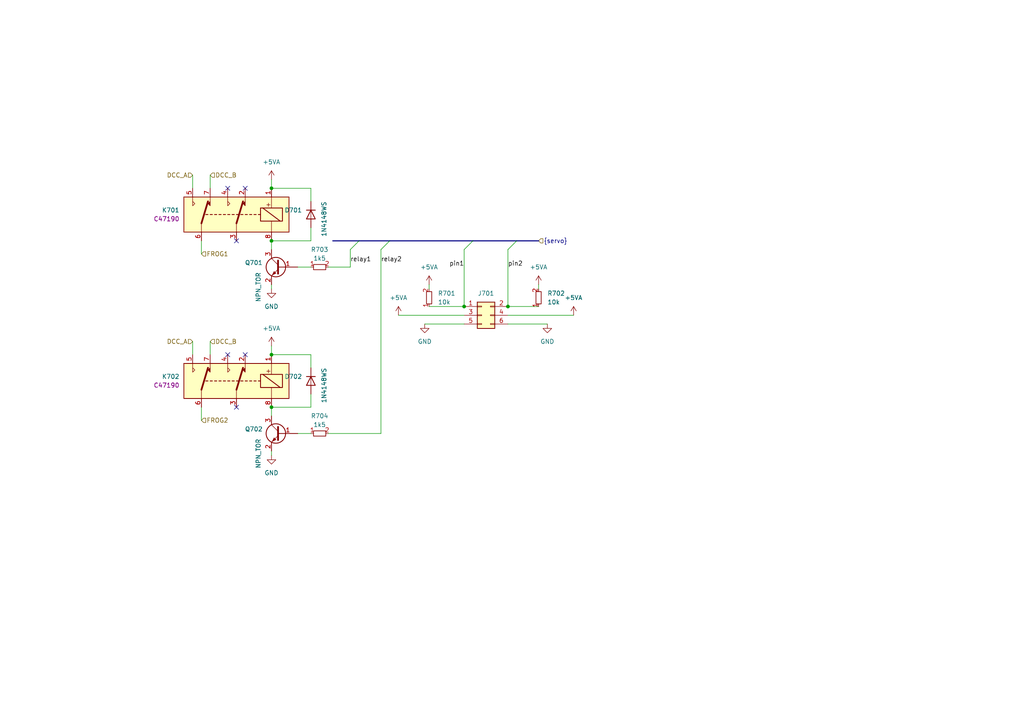
<source format=kicad_sch>
(kicad_sch (version 20230121) (generator eeschema)
  (paper "A4")
  (lib_symbols
    (symbol "Connector_Generic:Conn_02x03_Odd_Even" (pin_names (offset 1.016) hide)
      (property "Reference" "J" (at 1.27 5.08 0))
      (property "Value" "Conn_02x03_Odd_Even" (at 1.27 -5.08 0))
      (symbol "Conn_02x03_Odd_Even_1_1"
        (rectangle (start -1.27 -2.413) (end 0 -2.667) (stroke (width 0.1524)))
        (rectangle (start -1.27 0.127) (end 0 -0.127) (stroke (width 0.1524)))
        (rectangle (start -1.27 2.667) (end 0 2.413) (stroke (width 0.1524)))
        (rectangle (start -1.27 3.81) (end 3.81 -3.81) (stroke (width 0.254)) (fill (type background)))
        (rectangle (start 3.81 -2.413) (end 2.54 -2.667) (stroke (width 0.1524)))
        (rectangle (start 3.81 0.127) (end 2.54 -0.127) (stroke (width 0.1524)))
        (rectangle (start 3.81 2.667) (end 2.54 2.413) (stroke (width 0.1524)))
        (pin passive line (at -5.08 2.54 0) (length 3.81) (name "Pin_1") (number "1"))
        (pin passive line (at 7.62 2.54 180) (length 3.81) (name "Pin_2") (number "2"))
        (pin passive line (at -5.08 0 0) (length 3.81) (name "Pin_3") (number "3"))
        (pin passive line (at 7.62 0 180) (length 3.81) (name "Pin_4") (number "4"))
        (pin passive line (at -5.08 -2.54 0) (length 3.81) (name "Pin_5") (number "5"))
        (pin passive line (at 7.62 -2.54 180) (length 3.81) (name "Pin_6") (number "6"))
      )
    )
    (symbol "custom_kicad_lib_sk:1N4148WS" (pin_numbers hide) (pin_names hide)
      (property "Reference" "D" (at 0 2.54 0))
      (property "Value" "1N4148WS" (at 0 -2.54 0))
      (symbol "1N4148WS_0_1"
        (polyline (pts (xy -1.27 1.27) (xy -1.27 -1.27)) (stroke (width 0.254)))
        (polyline (pts (xy 1.27 0) (xy -1.27 0)))
        (polyline (pts (xy 1.27 1.27) (xy 1.27 -1.27) (xy -1.27 0) (xy 1.27 1.27)) (stroke (width 0.254)))
      )
      (symbol "1N4148WS_1_1"
        (pin passive line (at -3.81 0 0) (length 2.54) (name "K") (number "1"))
        (pin passive line (at 3.81 0 180) (length 2.54) (name "A") (number "2"))
      )
    )
    (symbol "custom_kicad_lib_sk:G6K-2"
      (property "Reference" "K" (at 16.51 3.81 0))
      (property "JLCPCB Part#" "C47190" (at 0 0 0))
      (symbol "G6K-2_0_0"
        (text "+" (at -9.271 2.921 0) (effects (font (size 1.27 1.27))))
      )
      (symbol "G6K-2_0_1"
        (rectangle (start -15.24 5.08) (end 15.24 -5.08) (stroke (width 0.254)) (fill (type background)))
        (rectangle (start -13.335 1.905) (end -6.985 -1.905) (stroke (width 0.254)))
        (polyline (pts (xy -12.7 -1.905) (xy -7.62 1.905)) (stroke (width 0.254)))
        (polyline (pts (xy -10.16 -5.08) (xy -10.16 -1.905)))
        (polyline (pts (xy -10.16 5.08) (xy -10.16 1.905)))
        (polyline (pts (xy -6.985 0) (xy -6.35 0)) (stroke (width 0.254)))
        (polyline (pts (xy -5.715 0) (xy -5.08 0)) (stroke (width 0.254)))
        (polyline (pts (xy -4.445 0) (xy -3.81 0)) (stroke (width 0.254)))
        (polyline (pts (xy -3.175 0) (xy -2.54 0)) (stroke (width 0.254)))
        (polyline (pts (xy -1.905 0) (xy -1.27 0)) (stroke (width 0.254)))
        (polyline (pts (xy -0.635 0) (xy 0 0)) (stroke (width 0.254)))
        (polyline (pts (xy 0 -2.54) (xy -1.905 3.81)) (stroke (width 0.508)))
        (polyline (pts (xy 0 -2.54) (xy 0 -5.08)))
        (polyline (pts (xy 0.635 0) (xy 1.27 0)) (stroke (width 0.254)))
        (polyline (pts (xy 1.905 0) (xy 2.54 0)) (stroke (width 0.254)))
        (polyline (pts (xy 3.175 0) (xy 3.81 0)) (stroke (width 0.254)))
        (polyline (pts (xy 4.445 0) (xy 5.08 0)) (stroke (width 0.254)))
        (polyline (pts (xy 5.715 0) (xy 6.35 0)) (stroke (width 0.254)))
        (polyline (pts (xy 6.985 0) (xy 7.62 0)) (stroke (width 0.254)))
        (polyline (pts (xy 8.255 0) (xy 8.89 0)) (stroke (width 0.254)))
        (polyline (pts (xy 10.16 -2.54) (xy 8.255 3.81)) (stroke (width 0.508)))
        (polyline (pts (xy 10.16 -2.54) (xy 10.16 -5.08)))
        (polyline (pts (xy -2.54 5.08) (xy -2.54 2.54) (xy -1.905 3.175) (xy -2.54 3.81)) (fill (type outline)))
        (polyline (pts (xy 2.54 5.08) (xy 2.54 2.54) (xy 1.905 3.175) (xy 2.54 3.81)))
        (polyline (pts (xy 7.62 5.08) (xy 7.62 2.54) (xy 8.255 3.175) (xy 7.62 3.81)) (fill (type outline)))
        (polyline (pts (xy 12.7 5.08) (xy 12.7 2.54) (xy 12.065 3.175) (xy 12.7 3.81)))
      )
      (symbol "G6K-2_1_1"
        (pin passive line (at -10.16 7.62 270) (length 2.54) (name "~") (number "1"))
        (pin passive line (at -2.54 7.62 270) (length 2.54) (name "~") (number "2"))
        (pin passive line (at 0 -7.62 90) (length 2.54) (name "~") (number "3"))
        (pin passive line (at 2.54 7.62 270) (length 2.54) (name "~") (number "4"))
        (pin passive line (at 12.7 7.62 270) (length 2.54) (name "~") (number "5"))
        (pin passive line (at 10.16 -7.62 90) (length 2.54) (name "~") (number "6"))
        (pin passive line (at 7.62 7.62 270) (length 2.54) (name "~") (number "7"))
        (pin passive line (at -10.16 -7.62 90) (length 2.54) (name "~") (number "8"))
      )
    )
    (symbol "custom_kicad_lib_sk:NPN_TOR" (pin_names (offset 0) hide)
      (property "Reference" "Q" (at 5.08 1.905 0))
      (property "Value" "NPN_TOR" (at 5.08 0 0))
      (symbol "NPN_TOR_0_1"
        (polyline (pts (xy 0.635 0.635) (xy 2.54 2.54)))
        (polyline (pts (xy 0.635 -0.635) (xy 2.54 -2.54) (xy 2.54 -2.54)))
        (polyline (pts (xy 0.635 1.905) (xy 0.635 -1.905) (xy 0.635 -1.905)) (stroke (width 0.508)))
        (polyline (pts (xy 1.27 -1.778) (xy 1.778 -1.27) (xy 2.286 -2.286) (xy 1.27 -1.778) (xy 1.27 -1.778)) (fill (type outline)))
        (circle (center 1.27 0) (radius 2.8194) (stroke (width 0.254)))
      )
      (symbol "NPN_TOR_1_1"
        (pin input line (at -5.08 0 0) (length 5.715) (name "B") (number "1"))
        (pin passive line (at 2.54 -5.08 90) (length 2.54) (name "E") (number "2"))
        (pin passive line (at 2.54 5.08 270) (length 2.54) (name "C") (number "3"))
      )
    )
    (symbol "power:+5VA" (power) (pin_names (offset 0))
      (property "Value" "+5VA" (at 0 3.556 0))
      (symbol "+5VA_0_1"
        (polyline (pts (xy -0.762 1.27) (xy 0 2.54)))
        (polyline (pts (xy 0 0) (xy 0 2.54)))
        (polyline (pts (xy 0 2.54) (xy 0.762 1.27)))
      )
      (symbol "+5VA_1_1"
        (pin power_in line (at 0 0 90) (length 0) hide (name "+5VA") (number "1"))
      )
    )
    (symbol "power:GND" (power) (pin_names (offset 0))
      (property "Value" "GND" (at 0 -3.81 0))
      (symbol "GND_0_1"
        (polyline (pts (xy 0 0) (xy 0 -1.27) (xy 1.27 -1.27) (xy 0 -2.54) (xy -1.27 -1.27) (xy 0 -1.27)))
      )
      (symbol "GND_1_1"
        (pin power_in line (at 0 0 270) (length 0) hide (name "GND") (number "1"))
      )
    )
    (symbol "resistors_0603:R_10k_0603"
      (property "Reference" "R" (at 1.27 2.54 0))
      (property "Value" "10k" (at 2.54 -2.54 0))
      (symbol "R_10k_0603_0_1"
        (rectangle (start -0.762 1.778) (end 0.762 -1.778) (stroke (width 0.2032)))
      )
      (symbol "R_10k_0603_1_1"
        (pin passive line (at 0 2.54 270) (length 0.762) (name "~") (number "1"))
        (pin passive line (at 0 -2.54 90) (length 0.762) (name "~") (number "2"))
      )
    )
    (symbol "resistors_0603:R_1k5_0603"
      (property "Reference" "R" (at 1.27 2.54 0))
      (property "Value" "1k5" (at 2.54 -2.54 0))
      (symbol "R_1k5_0603_0_1"
        (rectangle (start -0.762 1.778) (end 0.762 -1.778) (stroke (width 0.2032)))
      )
      (symbol "R_1k5_0603_1_1"
        (pin passive line (at 0 2.54 270) (length 0.762) (name "~") (number "1"))
        (pin passive line (at 0 -2.54 90) (length 0.762) (name "~") (number "2"))
      )
    )
  )
  (junction (at 147.32 88.9))
  (junction (at 78.74 118.11))
  (junction (at 78.74 54.61))
  (junction (at 134.62 88.9))
  (junction (at 78.74 69.85))
  (junction (at 78.74 102.87))
  (no_connect (at 66.04 54.61))
  (no_connect (at 68.58 69.85))
  (no_connect (at 71.12 54.61))
  (no_connect (at 68.58 118.11))
  (no_connect (at 66.04 102.87))
  (no_connect (at 71.12 102.87))
  (bus_entry (at 104.14 69.85) (size -2.54 2.54))
  (bus_entry (at 113.03 69.85) (size -2.54 2.54))
  (bus_entry (at 149.86 69.85) (size -2.54 2.54))
  (bus_entry (at 137.16 69.85) (size -2.54 2.54))
  (wire (pts (xy 134.62 93.98) (xy 123.19 93.98)))
  (wire (pts (xy 78.74 118.11) (xy 78.74 120.65)))
  (wire (pts (xy 134.62 72.39) (xy 134.62 88.9)))
  (wire (pts (xy 58.42 69.85) (xy 58.42 73.66)))
  (wire (pts (xy 147.32 88.9) (xy 156.21 88.9)))
  (wire (pts (xy 90.17 58.42) (xy 90.17 54.61)))
  (wire (pts (xy 124.46 88.9) (xy 134.62 88.9)))
  (wire (pts (xy 156.21 82.55) (xy 156.21 83.82)))
  (bus (pts (xy 104.14 69.85) (xy 113.03 69.85)))
  (wire (pts (xy 60.96 99.06) (xy 60.96 102.87)))
  (wire (pts (xy 86.36 125.73) (xy 90.17 125.73)))
  (wire (pts (xy 78.74 82.55) (xy 78.74 83.82)))
  (wire (pts (xy 124.46 82.55) (xy 124.46 83.82)))
  (bus (pts (xy 137.16 69.85) (xy 149.86 69.85)))
  (wire (pts (xy 115.57 91.44) (xy 134.62 91.44)))
  (wire (pts (xy 78.74 130.81) (xy 78.74 132.08)))
  (bus (pts (xy 96.52 69.85) (xy 104.14 69.85)))
  (wire (pts (xy 95.25 77.47) (xy 101.6 77.47)))
  (wire (pts (xy 147.32 72.39) (xy 147.32 88.9)))
  (wire (pts (xy 147.32 93.98) (xy 158.75 93.98)))
  (wire (pts (xy 95.25 125.73) (xy 110.49 125.73)))
  (wire (pts (xy 78.74 118.11) (xy 90.17 118.11)))
  (wire (pts (xy 110.49 72.39) (xy 110.49 125.73)))
  (wire (pts (xy 90.17 69.85) (xy 90.17 66.04)))
  (wire (pts (xy 58.42 118.11) (xy 58.42 121.92)))
  (wire (pts (xy 90.17 54.61) (xy 78.74 54.61)))
  (wire (pts (xy 78.74 52.07) (xy 78.74 54.61)))
  (wire (pts (xy 101.6 77.47) (xy 101.6 72.39)))
  (wire (pts (xy 86.36 77.47) (xy 90.17 77.47)))
  (wire (pts (xy 90.17 118.11) (xy 90.17 114.3)))
  (wire (pts (xy 90.17 106.68) (xy 90.17 102.87)))
  (bus (pts (xy 149.86 69.85) (xy 156.21 69.85)))
  (wire (pts (xy 60.96 50.8) (xy 60.96 54.61)))
  (wire (pts (xy 78.74 100.33) (xy 78.74 102.87)))
  (wire (pts (xy 78.74 69.85) (xy 78.74 72.39)))
  (wire (pts (xy 78.74 69.85) (xy 90.17 69.85)))
  (wire (pts (xy 55.88 50.8) (xy 55.88 54.61)))
  (bus (pts (xy 113.03 69.85) (xy 137.16 69.85)))
  (wire (pts (xy 90.17 102.87) (xy 78.74 102.87)))
  (wire (pts (xy 55.88 99.06) (xy 55.88 102.87)))
  (wire (pts (xy 166.37 91.44) (xy 147.32 91.44)))
  (label "pin1" (at 134.62 77.47 180))
  (label "pin2" (at 147.32 77.47 0))
  (label "relay2" (at 110.49 76.2 0))
  (label "relay1" (at 101.6 76.2 0))
  (hierarchical_label "DCC_B" (shape input) (at 60.96 50.8 0))
  (hierarchical_label "{servo}" (shape input) (at 156.21 69.85 0))
  (hierarchical_label "FROG1" (shape input) (at 58.42 73.66 0))
  (hierarchical_label "DCC_A" (shape input) (at 55.88 50.8 180))
  (hierarchical_label "DCC_A" (shape input) (at 55.88 99.06 180))
  (hierarchical_label "FROG2" (shape input) (at 58.42 121.92 0))
  (hierarchical_label "DCC_B" (shape input) (at 60.96 99.06 0))
  (symbol (lib_id "resistors_0603:R_1k5_0603") (at 92.71 77.47 90) (unit 1)
    (property "Reference" "R703" (at 92.71 72.39 90))
    (property "Value" "1k5" (at 92.71 74.93 90))
    (property "Footprint" "custom_kicad_lib_sk:R_0603_smalltext" (effects hide))
    (property "JLCPCB Part#" "C22843" (effects hide))
    (instances (project "OS-servoDriver_relay" (path "" (reference "R703") (unit 1)) (path "" (reference "R803") (unit 1)) (path "" (reference "R906") (unit 1))))
  )
  (symbol (lib_id "custom_kicad_lib_sk:G6K-2") (at 68.58 110.49 0) (mirror y) (unit 1)
    (property "Reference" "K702" (at 52.07 109.22 0) (effects (justify left)))
    (property "Value" "G6K-2F-Y-TR DC5" (effects hide))
    (property "Footprint" "Relay_SMD:Relay_DPDT_Omron_G6K-2F-Y" (effects hide))
    (property "Datasheet" "http://omronfs.omron.com/en_US/ecb/products/pdf/en-g6k.pdf" (effects hide))
    (property "JLCPCB Part#" "C47190" (at 52.07 111.76 0) (effects (justify left)))
    (instances (project "OS-servoDriver_relay" (path "" (reference "K702") (unit 1)) (path "" (reference "K802") (unit 1)) (path "" (reference "K902") (unit 1))))
  )
  (symbol (lib_id "power:GND") (at 158.75 93.98 0) (unit 1)
    (property "Reference" "#PWR0701" (effects hide))
    (property "Value" "GND" (at 158.75 99.06 0))
    (instances (project "OS-servoDriver_relay" (path "" (reference "#PWR0701") (unit 1)) (path "" (reference "#PWR0801") (unit 1)) (path "" (reference "#PWR0901") (unit 1))))
  )
  (symbol (lib_id "power:+5VA") (at 166.37 91.44 0) (mirror y) (unit 1)
    (property "Reference" "#PWR0704" (effects hide))
    (property "Value" "+5VA" (at 166.37 86.36 0))
    (instances (project "OS-servoDriver_relay" (path "" (reference "#PWR0704") (unit 1)) (path "" (reference "#PWR0804") (unit 1)) (path "" (reference "#PWR0904") (unit 1))))
  )
  (symbol (lib_id "power:+5VA") (at 78.74 100.33 0) (unit 1)
    (property "Reference" "#PWR0707" (effects hide))
    (property "Value" "+5VA" (at 78.74 95.25 0))
    (instances (project "OS-servoDriver_relay" (path "" (reference "#PWR0707") (unit 1)) (path "" (reference "#PWR0807") (unit 1)) (path "" (reference "#PWR0907") (unit 1))))
  )
  (symbol (lib_id "Connector_Generic:Conn_02x03_Odd_Even") (at 139.7 91.44 0) (unit 1)
    (property "Reference" "J701" (at 140.97 85.09 0))
    (property "Value" "Conn_02x03_Odd_Even" (effects hide))
    (property "Footprint" "Connector_PinHeader_2.54mm:PinHeader_2x03_P2.54mm_Vertical" (effects hide))
    (property "JLCPCB Part#" "C65114" (effects hide))
    (instances (project "OS-servoDriver_relay" (path "" (reference "J701") (unit 1)) (path "" (reference "J801") (unit 1)) (path "" (reference "J901") (unit 1))))
  )
  (symbol (lib_id "custom_kicad_lib_sk:NPN_TOR") (at 81.28 125.73 0) (mirror y) (unit 1)
    (property "Reference" "Q702" (at 76.2 124.46 0) (effects (justify left)))
    (property "Value" "NPN_TOR" (at 74.93 135.89 90) (effects (justify left)))
    (property "Footprint" "Package_TO_SOT_SMD:SOT-23" (effects hide))
    (property "JLCPCB Part#" "C2145" (effects hide))
    (instances (project "OS-servoDriver_relay" (path "" (reference "Q702") (unit 1)) (path "" (reference "Q802") (unit 1)) (path "" (reference "Q902") (unit 1))))
  )
  (symbol (lib_id "resistors_0603:R_1k5_0603") (at 92.71 125.73 90) (unit 1)
    (property "Reference" "R704" (at 92.71 120.65 90))
    (property "Value" "1k5" (at 92.71 123.19 90))
    (property "Footprint" "custom_kicad_lib_sk:R_0603_smalltext" (effects hide))
    (property "JLCPCB Part#" "C22843" (effects hide))
    (instances (project "OS-servoDriver_relay" (path "" (reference "R704") (unit 1)) (path "" (reference "R804") (unit 1)) (path "" (reference "R907") (unit 1))))
  )
  (symbol (lib_id "custom_kicad_lib_sk:1N4148WS") (at 90.17 110.49 90) (mirror x) (unit 1)
    (property "Reference" "D702" (at 87.63 109.22 90) (effects (justify left)))
    (property "Value" "1N4148WS" (at 93.98 106.68 0) (effects (justify left)))
    (property "Footprint" "Diode_SMD:D_SOD-323" (effects hide))
    (property "Datasheet" "https://www.vishay.com/docs/85751/1n4148ws.pdf" (effects hide))
    (property "Sim.Device" "D" (effects hide))
    (property "Sim.Pins" "1=K 2=A" (effects hide))
    (property "JLCPCB Part#" "C2128" (effects hide))
    (instances (project "OS-servoDriver_relay" (path "" (reference "D702") (unit 1)) (path "" (reference "D802") (unit 1)) (path "" (reference "D902") (unit 1))))
  )
  (symbol (lib_id "custom_kicad_lib_sk:1N4148WS") (at 90.17 62.23 90) (mirror x) (unit 1)
    (property "Reference" "D701" (at 87.63 60.96 90) (effects (justify left)))
    (property "Value" "1N4148WS" (at 93.98 58.42 0) (effects (justify left)))
    (property "Footprint" "Diode_SMD:D_SOD-323" (effects hide))
    (property "Datasheet" "https://www.vishay.com/docs/85751/1n4148ws.pdf" (effects hide))
    (property "Sim.Device" "D" (effects hide))
    (property "Sim.Pins" "1=K 2=A" (effects hide))
    (property "JLCPCB Part#" "C2128" (effects hide))
    (instances (project "OS-servoDriver_relay" (path "" (reference "D701") (unit 1)) (path "" (reference "D801") (unit 1)) (path "" (reference "D901") (unit 1))))
  )
  (symbol (lib_id "custom_kicad_lib_sk:NPN_TOR") (at 81.28 77.47 0) (mirror y) (unit 1)
    (property "Reference" "Q701" (at 76.2 76.2 0) (effects (justify left)))
    (property "Value" "NPN_TOR" (at 74.93 87.63 90) (effects (justify left)))
    (property "Footprint" "Package_TO_SOT_SMD:SOT-23" (effects hide))
    (property "JLCPCB Part#" "C2145" (effects hide))
    (instances (project "OS-servoDriver_relay" (path "" (reference "Q701") (unit 1)) (path "" (reference "Q801") (unit 1)) (path "" (reference "Q901") (unit 1))))
  )
  (symbol (lib_id "custom_kicad_lib_sk:G6K-2") (at 68.58 62.23 0) (mirror y) (unit 1)
    (property "Reference" "K701" (at 52.07 60.96 0) (effects (justify left)))
    (property "Value" "G6K-2F-Y-TR DC5" (effects hide))
    (property "Footprint" "Relay_SMD:Relay_DPDT_Omron_G6K-2F-Y" (effects hide))
    (property "Datasheet" "http://omronfs.omron.com/en_US/ecb/products/pdf/en-g6k.pdf" (effects hide))
    (property "JLCPCB Part#" "C47190" (at 52.07 63.5 0) (effects (justify left)))
    (instances (project "OS-servoDriver_relay" (path "" (reference "K701") (unit 1)) (path "" (reference "K801") (unit 1)) (path "" (reference "K901") (unit 1))))
  )
  (symbol (lib_id "resistors_0603:R_10k_0603") (at 156.21 86.36 180) (unit 1)
    (property "Reference" "R702" (at 158.75 85.09 0) (effects (justify right)))
    (property "Value" "10k" (at 158.75 87.63 0) (effects (justify right)))
    (property "Footprint" "custom_kicad_lib_sk:R_0603_smalltext" (effects hide))
    (property "JLCPCB Part#" "C25804" (effects hide))
    (instances (project "OS-servoDriver_relay" (path "" (reference "R702") (unit 1)) (path "" (reference "R802") (unit 1)) (path "" (reference "R905") (unit 1))))
  )
  (symbol (lib_id "power:+5VA") (at 156.21 82.55 0) (unit 1)
    (property "Reference" "#PWR07" (effects hide))
    (property "Value" "+5VA" (at 156.21 77.47 0))
    (instances (project "OS-servoDriver_relay" (path "" (reference "#PWR07") (unit 1)) (path "" (reference "#PWR08") (unit 1)) (path "" (reference "#PWR09") (unit 1))))
  )
  (symbol (lib_id "power:+5VA") (at 115.57 91.44 0) (unit 1)
    (property "Reference" "#PWR0703" (effects hide))
    (property "Value" "+5VA" (at 115.57 86.36 0))
    (instances (project "OS-servoDriver_relay" (path "" (reference "#PWR0703") (unit 1)) (path "" (reference "#PWR0803") (unit 1)) (path "" (reference "#PWR0903") (unit 1))))
  )
  (symbol (lib_id "power:+5VA") (at 78.74 52.07 0) (unit 1)
    (property "Reference" "#PWR0709" (effects hide))
    (property "Value" "+5VA" (at 78.74 46.99 0))
    (instances (project "OS-servoDriver_relay" (path "" (reference "#PWR0709") (unit 1)) (path "" (reference "#PWR0809") (unit 1)) (path "" (reference "#PWR0909") (unit 1))))
  )
  (symbol (lib_id "power:GND") (at 123.19 93.98 0) (mirror y) (unit 1)
    (property "Reference" "#PWR0702" (effects hide))
    (property "Value" "GND" (at 123.19 99.06 0))
    (instances (project "OS-servoDriver_relay" (path "" (reference "#PWR0702") (unit 1)) (path "" (reference "#PWR0802") (unit 1)) (path "" (reference "#PWR0902") (unit 1))))
  )
  (symbol (lib_id "resistors_0603:R_10k_0603") (at 124.46 86.36 180) (unit 1)
    (property "Reference" "R701" (at 127 85.09 0) (effects (justify right)))
    (property "Value" "10k" (at 127 87.63 0) (effects (justify right)))
    (property "Footprint" "custom_kicad_lib_sk:R_0603_smalltext" (effects hide))
    (property "JLCPCB Part#" "C25804" (effects hide))
    (instances (project "OS-servoDriver_relay" (path "" (reference "R701") (unit 1)) (path "" (reference "R801") (unit 1)) (path "" (reference "R904") (unit 1))))
  )
  (symbol (lib_id "power:+5VA") (at 124.46 82.55 0) (unit 1)
    (property "Reference" "#PWR04" (effects hide))
    (property "Value" "+5VA" (at 124.46 77.47 0))
    (instances (project "OS-servoDriver_relay" (path "" (reference "#PWR04") (unit 1)) (path "" (reference "#PWR05") (unit 1)) (path "" (reference "#PWR06") (unit 1))))
  )
  (symbol (lib_id "power:GND") (at 78.74 83.82 0) (mirror y) (unit 1)
    (property "Reference" "#PWR0708" (effects hide))
    (property "Value" "GND" (at 78.74 88.9 0))
    (instances (project "OS-servoDriver_relay" (path "" (reference "#PWR0708") (unit 1)) (path "" (reference "#PWR0808") (unit 1)) (path "" (reference "#PWR0908") (unit 1))))
  )
  (symbol (lib_id "power:GND") (at 78.74 132.08 0) (mirror y) (unit 1)
    (property "Reference" "#PWR0710" (effects hide))
    (property "Value" "GND" (at 78.74 137.16 0))
    (instances (project "OS-servoDriver_relay" (path "" (reference "#PWR0710") (unit 1)) (path "" (reference "#PWR0810") (unit 1)) (path "" (reference "#PWR0910") (unit 1))))
  )
)
</source>
